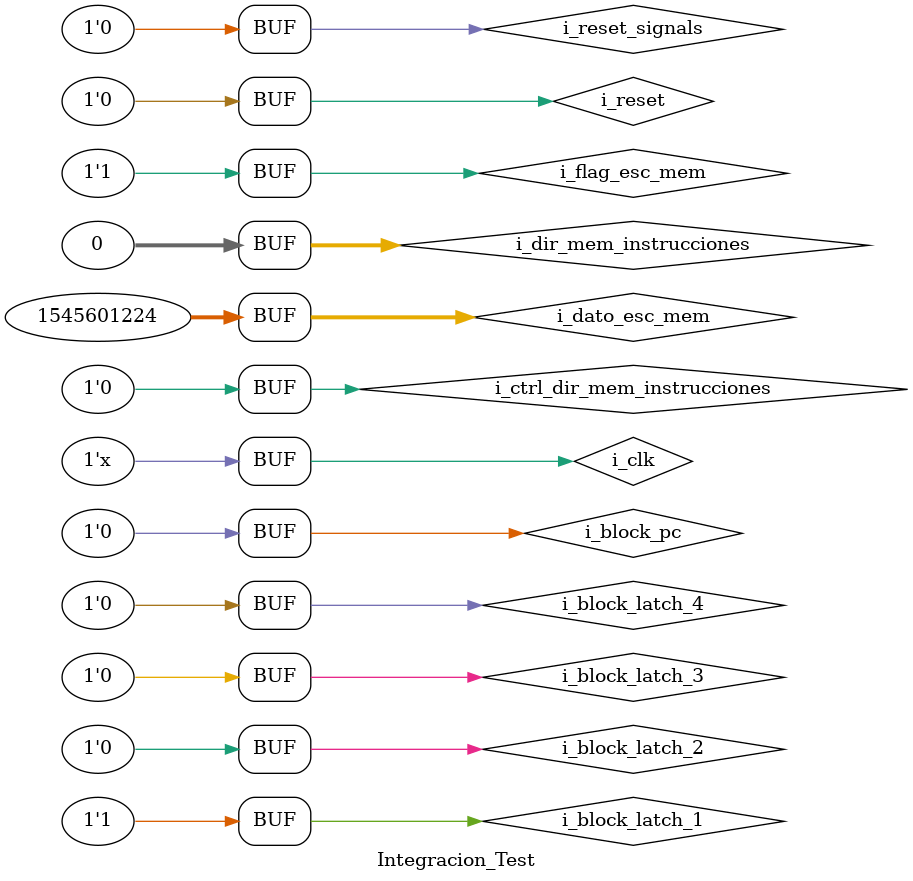
<source format=v>
`timescale 1ns / 1ps


module Integracion_Test();

    reg i_clk, i_reset, i_block_pc, i_ctrl_dir_mem_instrucciones, i_flag_esc_mem, i_block_latch_1, i_reset_signals, i_block_latch_2, i_block_latch_3, i_block_latch_4;
    reg [31:0] i_dir_mem_instrucciones, i_dato_esc_mem;
    
    Integracion Int_0(i_clk, i_reset, i_block_pc, i_ctrl_dir_mem_instrucciones, i_dir_mem_instrucciones, i_dato_esc_mem, i_flag_esc_mem, i_block_latch_1, i_reset_signals, i_block_latch_2, i_block_latch_3, i_block_latch_4);

    initial begin
        
        i_clk = 1;
        i_reset = 1;
        i_block_pc = 0;
        i_ctrl_dir_mem_instrucciones = 0;
        i_dir_mem_instrucciones = 0;
        i_dato_esc_mem = 0;
        i_flag_esc_mem = 0;
        i_block_latch_1 = 0;
        i_reset_signals = 0;
        i_block_latch_2 = 0;
        i_block_latch_3 = 0;
        i_block_latch_4 = 0;
        
        #5
        i_reset = 0;
        i_block_latch_1 = 1;
        
        #1
        i_flag_esc_mem = 1;
        i_dato_esc_mem = 32'b01011100001000000000000011001000;
        
        #1
        i_flag_esc_mem = 0;
        
        #4
        i_flag_esc_mem = 1;
        i_dato_esc_mem = 32'b01011100001000000000000011001000;

    end
    
    // Clk de periodo 1
    always begin
        #0.5
        i_clk = ~i_clk;
    end


endmodule

</source>
